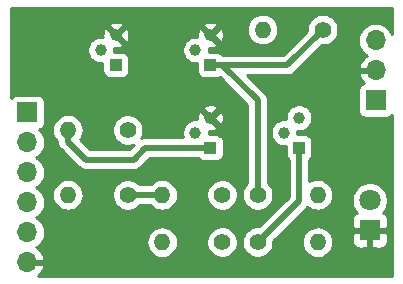
<source format=gbr>
G04 #@! TF.GenerationSoftware,KiCad,Pcbnew,(5.1.0)-1*
G04 #@! TF.CreationDate,2019-11-24T19:02:04+00:00*
G04 #@! TF.ProjectId,WebastoWBUSInterface,57656261-7374-46f5-9742-5553496e7465,rev?*
G04 #@! TF.SameCoordinates,Original*
G04 #@! TF.FileFunction,Copper,L2,Bot*
G04 #@! TF.FilePolarity,Positive*
%FSLAX46Y46*%
G04 Gerber Fmt 4.6, Leading zero omitted, Abs format (unit mm)*
G04 Created by KiCad (PCBNEW (5.1.0)-1) date 2019-11-24 19:02:04*
%MOMM*%
%LPD*%
G04 APERTURE LIST*
%ADD10C,1.400000*%
%ADD11O,1.400000X1.400000*%
%ADD12C,1.000000*%
%ADD13R,1.000000X1.000000*%
%ADD14R,1.700000X1.700000*%
%ADD15O,1.700000X1.700000*%
%ADD16R,1.800000X1.800000*%
%ADD17C,1.800000*%
%ADD18C,0.800000*%
%ADD19C,0.500000*%
%ADD20C,0.254000*%
G04 APERTURE END LIST*
D10*
X95000000Y-92500000D03*
D11*
X100080000Y-92500000D03*
D10*
X92000000Y-96500000D03*
D11*
X86920000Y-96500000D03*
D10*
X84000000Y-92500000D03*
D11*
X78920000Y-92500000D03*
D10*
X84000000Y-87000000D03*
D11*
X78920000Y-87000000D03*
D10*
X95000000Y-96500000D03*
D11*
X100080000Y-96500000D03*
D10*
X100500000Y-78500000D03*
D11*
X95420000Y-78500000D03*
D10*
X92000000Y-92500000D03*
D11*
X86920000Y-92500000D03*
D12*
X97230000Y-87230000D03*
X98500000Y-85960000D03*
D13*
X98500000Y-88500000D03*
D12*
X89730000Y-80230000D03*
X91000000Y-78960000D03*
D13*
X91000000Y-81500000D03*
D12*
X81730000Y-80230000D03*
X83000000Y-78960000D03*
D13*
X83000000Y-81500000D03*
D12*
X89730000Y-87230000D03*
X91000000Y-85960000D03*
D13*
X91000000Y-88500000D03*
D14*
X105000000Y-84500000D03*
D15*
X105000000Y-81960000D03*
X105000000Y-79420000D03*
D14*
X75500000Y-85500000D03*
D15*
X75500000Y-88040000D03*
X75500000Y-90580000D03*
X75500000Y-93120000D03*
X75500000Y-95660000D03*
X75500000Y-98200000D03*
D16*
X104500000Y-95500000D03*
D17*
X104500000Y-92960000D03*
D18*
X102000000Y-98500000D03*
X103000000Y-98500000D03*
X104000000Y-98500000D03*
X105000000Y-98500000D03*
X106000000Y-98500000D03*
X79000000Y-84000000D03*
X78000000Y-84000000D03*
X79000000Y-83000000D03*
X78000000Y-83000000D03*
X79000000Y-85000000D03*
X78000000Y-85000000D03*
D19*
X78920000Y-87989949D02*
X80430051Y-89500000D01*
X78920000Y-87000000D02*
X78920000Y-87989949D01*
X80430051Y-89500000D02*
X84500000Y-89500000D01*
X85500000Y-88500000D02*
X91000000Y-88500000D01*
X84500000Y-89500000D02*
X85500000Y-88500000D01*
X95000000Y-91510051D02*
X95000000Y-92500000D01*
X95000000Y-84500000D02*
X95000000Y-91510051D01*
X92000000Y-81500000D02*
X95000000Y-84500000D01*
X91000000Y-81500000D02*
X92000000Y-81500000D01*
X97500000Y-81500000D02*
X91000000Y-81500000D01*
X100500000Y-78500000D02*
X97500000Y-81500000D01*
X84000000Y-92500000D02*
X86920000Y-92500000D01*
X98500000Y-93000000D02*
X95000000Y-96500000D01*
X98500000Y-88500000D02*
X98500000Y-93000000D01*
D20*
G36*
X106373000Y-78838491D02*
G01*
X106240706Y-78590986D01*
X106055134Y-78364866D01*
X105829014Y-78179294D01*
X105571034Y-78041401D01*
X105291111Y-77956487D01*
X105072950Y-77935000D01*
X104927050Y-77935000D01*
X104708889Y-77956487D01*
X104428966Y-78041401D01*
X104170986Y-78179294D01*
X103944866Y-78364866D01*
X103759294Y-78590986D01*
X103621401Y-78848966D01*
X103536487Y-79128889D01*
X103507815Y-79420000D01*
X103536487Y-79711111D01*
X103621401Y-79991034D01*
X103759294Y-80249014D01*
X103944866Y-80475134D01*
X104170986Y-80660706D01*
X104235523Y-80695201D01*
X104118645Y-80764822D01*
X103902412Y-80959731D01*
X103728359Y-81193080D01*
X103603175Y-81455901D01*
X103558524Y-81603110D01*
X103679845Y-81833000D01*
X104873000Y-81833000D01*
X104873000Y-81813000D01*
X105127000Y-81813000D01*
X105127000Y-81833000D01*
X105147000Y-81833000D01*
X105147000Y-82087000D01*
X105127000Y-82087000D01*
X105127000Y-82107000D01*
X104873000Y-82107000D01*
X104873000Y-82087000D01*
X103679845Y-82087000D01*
X103558524Y-82316890D01*
X103603175Y-82464099D01*
X103728359Y-82726920D01*
X103902412Y-82960269D01*
X103986466Y-83036034D01*
X103905820Y-83060498D01*
X103795506Y-83119463D01*
X103698815Y-83198815D01*
X103619463Y-83295506D01*
X103560498Y-83405820D01*
X103524188Y-83525518D01*
X103511928Y-83650000D01*
X103511928Y-85350000D01*
X103524188Y-85474482D01*
X103560498Y-85594180D01*
X103619463Y-85704494D01*
X103698815Y-85801185D01*
X103795506Y-85880537D01*
X103905820Y-85939502D01*
X104025518Y-85975812D01*
X104150000Y-85988072D01*
X105850000Y-85988072D01*
X105974482Y-85975812D01*
X106094180Y-85939502D01*
X106204494Y-85880537D01*
X106301185Y-85801185D01*
X106373000Y-85713678D01*
X106373000Y-99340000D01*
X76442570Y-99340000D01*
X76597588Y-99200269D01*
X76771641Y-98966920D01*
X76896825Y-98704099D01*
X76941476Y-98556890D01*
X76820155Y-98327000D01*
X75627000Y-98327000D01*
X75627000Y-98347000D01*
X75373000Y-98347000D01*
X75373000Y-98327000D01*
X75353000Y-98327000D01*
X75353000Y-98073000D01*
X75373000Y-98073000D01*
X75373000Y-98053000D01*
X75627000Y-98053000D01*
X75627000Y-98073000D01*
X76820155Y-98073000D01*
X76941476Y-97843110D01*
X76896825Y-97695901D01*
X76771641Y-97433080D01*
X76597588Y-97199731D01*
X76381355Y-97004822D01*
X76264477Y-96935201D01*
X76329014Y-96900706D01*
X76555134Y-96715134D01*
X76731690Y-96500000D01*
X85578541Y-96500000D01*
X85604317Y-96761706D01*
X85680653Y-97013354D01*
X85804618Y-97245275D01*
X85971445Y-97448555D01*
X86174725Y-97615382D01*
X86406646Y-97739347D01*
X86658294Y-97815683D01*
X86854421Y-97835000D01*
X86985579Y-97835000D01*
X87181706Y-97815683D01*
X87433354Y-97739347D01*
X87665275Y-97615382D01*
X87868555Y-97448555D01*
X88035382Y-97245275D01*
X88159347Y-97013354D01*
X88235683Y-96761706D01*
X88261459Y-96500000D01*
X88248509Y-96368514D01*
X90665000Y-96368514D01*
X90665000Y-96631486D01*
X90716304Y-96889405D01*
X90816939Y-97132359D01*
X90963038Y-97351013D01*
X91148987Y-97536962D01*
X91367641Y-97683061D01*
X91610595Y-97783696D01*
X91868514Y-97835000D01*
X92131486Y-97835000D01*
X92389405Y-97783696D01*
X92632359Y-97683061D01*
X92851013Y-97536962D01*
X93036962Y-97351013D01*
X93183061Y-97132359D01*
X93283696Y-96889405D01*
X93335000Y-96631486D01*
X93335000Y-96368514D01*
X93665000Y-96368514D01*
X93665000Y-96631486D01*
X93716304Y-96889405D01*
X93816939Y-97132359D01*
X93963038Y-97351013D01*
X94148987Y-97536962D01*
X94367641Y-97683061D01*
X94610595Y-97783696D01*
X94868514Y-97835000D01*
X95131486Y-97835000D01*
X95389405Y-97783696D01*
X95632359Y-97683061D01*
X95851013Y-97536962D01*
X96036962Y-97351013D01*
X96183061Y-97132359D01*
X96283696Y-96889405D01*
X96335000Y-96631486D01*
X96335000Y-96500000D01*
X98738541Y-96500000D01*
X98764317Y-96761706D01*
X98840653Y-97013354D01*
X98964618Y-97245275D01*
X99131445Y-97448555D01*
X99334725Y-97615382D01*
X99566646Y-97739347D01*
X99818294Y-97815683D01*
X100014421Y-97835000D01*
X100145579Y-97835000D01*
X100341706Y-97815683D01*
X100593354Y-97739347D01*
X100825275Y-97615382D01*
X101028555Y-97448555D01*
X101195382Y-97245275D01*
X101319347Y-97013354D01*
X101395683Y-96761706D01*
X101421459Y-96500000D01*
X101411610Y-96400000D01*
X102961928Y-96400000D01*
X102974188Y-96524482D01*
X103010498Y-96644180D01*
X103069463Y-96754494D01*
X103148815Y-96851185D01*
X103245506Y-96930537D01*
X103355820Y-96989502D01*
X103475518Y-97025812D01*
X103600000Y-97038072D01*
X104214250Y-97035000D01*
X104373000Y-96876250D01*
X104373000Y-95627000D01*
X104627000Y-95627000D01*
X104627000Y-96876250D01*
X104785750Y-97035000D01*
X105400000Y-97038072D01*
X105524482Y-97025812D01*
X105644180Y-96989502D01*
X105754494Y-96930537D01*
X105851185Y-96851185D01*
X105930537Y-96754494D01*
X105989502Y-96644180D01*
X106025812Y-96524482D01*
X106038072Y-96400000D01*
X106035000Y-95785750D01*
X105876250Y-95627000D01*
X104627000Y-95627000D01*
X104373000Y-95627000D01*
X103123750Y-95627000D01*
X102965000Y-95785750D01*
X102961928Y-96400000D01*
X101411610Y-96400000D01*
X101395683Y-96238294D01*
X101319347Y-95986646D01*
X101195382Y-95754725D01*
X101028555Y-95551445D01*
X100825275Y-95384618D01*
X100593354Y-95260653D01*
X100341706Y-95184317D01*
X100145579Y-95165000D01*
X100014421Y-95165000D01*
X99818294Y-95184317D01*
X99566646Y-95260653D01*
X99334725Y-95384618D01*
X99131445Y-95551445D01*
X98964618Y-95754725D01*
X98840653Y-95986646D01*
X98764317Y-96238294D01*
X98738541Y-96500000D01*
X96335000Y-96500000D01*
X96335000Y-96416578D01*
X98151578Y-94600000D01*
X102961928Y-94600000D01*
X102965000Y-95214250D01*
X103123750Y-95373000D01*
X104373000Y-95373000D01*
X104373000Y-95353000D01*
X104627000Y-95353000D01*
X104627000Y-95373000D01*
X105876250Y-95373000D01*
X106035000Y-95214250D01*
X106038072Y-94600000D01*
X106025812Y-94475518D01*
X105989502Y-94355820D01*
X105930537Y-94245506D01*
X105851185Y-94148815D01*
X105754494Y-94069463D01*
X105644180Y-94010498D01*
X105625873Y-94004944D01*
X105692312Y-93938505D01*
X105860299Y-93687095D01*
X105976011Y-93407743D01*
X106035000Y-93111184D01*
X106035000Y-92808816D01*
X105976011Y-92512257D01*
X105860299Y-92232905D01*
X105692312Y-91981495D01*
X105478505Y-91767688D01*
X105227095Y-91599701D01*
X104947743Y-91483989D01*
X104651184Y-91425000D01*
X104348816Y-91425000D01*
X104052257Y-91483989D01*
X103772905Y-91599701D01*
X103521495Y-91767688D01*
X103307688Y-91981495D01*
X103139701Y-92232905D01*
X103023989Y-92512257D01*
X102965000Y-92808816D01*
X102965000Y-93111184D01*
X103023989Y-93407743D01*
X103139701Y-93687095D01*
X103307688Y-93938505D01*
X103374127Y-94004944D01*
X103355820Y-94010498D01*
X103245506Y-94069463D01*
X103148815Y-94148815D01*
X103069463Y-94245506D01*
X103010498Y-94355820D01*
X102974188Y-94475518D01*
X102961928Y-94600000D01*
X98151578Y-94600000D01*
X99095049Y-93656530D01*
X99128817Y-93628817D01*
X99218274Y-93519814D01*
X99334725Y-93615382D01*
X99566646Y-93739347D01*
X99818294Y-93815683D01*
X100014421Y-93835000D01*
X100145579Y-93835000D01*
X100341706Y-93815683D01*
X100593354Y-93739347D01*
X100825275Y-93615382D01*
X101028555Y-93448555D01*
X101195382Y-93245275D01*
X101319347Y-93013354D01*
X101395683Y-92761706D01*
X101421459Y-92500000D01*
X101395683Y-92238294D01*
X101319347Y-91986646D01*
X101195382Y-91754725D01*
X101028555Y-91551445D01*
X100825275Y-91384618D01*
X100593354Y-91260653D01*
X100341706Y-91184317D01*
X100145579Y-91165000D01*
X100014421Y-91165000D01*
X99818294Y-91184317D01*
X99566646Y-91260653D01*
X99385000Y-91357745D01*
X99385000Y-89505501D01*
X99451185Y-89451185D01*
X99530537Y-89354494D01*
X99589502Y-89244180D01*
X99625812Y-89124482D01*
X99638072Y-89000000D01*
X99638072Y-88000000D01*
X99625812Y-87875518D01*
X99589502Y-87755820D01*
X99530537Y-87645506D01*
X99451185Y-87548815D01*
X99354494Y-87469463D01*
X99244180Y-87410498D01*
X99124482Y-87374188D01*
X99000000Y-87361928D01*
X98360994Y-87361928D01*
X98365000Y-87341788D01*
X98365000Y-87118212D01*
X98359236Y-87089236D01*
X98388212Y-87095000D01*
X98611788Y-87095000D01*
X98831067Y-87051383D01*
X99037624Y-86965824D01*
X99223520Y-86841612D01*
X99381612Y-86683520D01*
X99505824Y-86497624D01*
X99591383Y-86291067D01*
X99635000Y-86071788D01*
X99635000Y-85848212D01*
X99591383Y-85628933D01*
X99505824Y-85422376D01*
X99381612Y-85236480D01*
X99223520Y-85078388D01*
X99037624Y-84954176D01*
X98831067Y-84868617D01*
X98611788Y-84825000D01*
X98388212Y-84825000D01*
X98168933Y-84868617D01*
X97962376Y-84954176D01*
X97776480Y-85078388D01*
X97618388Y-85236480D01*
X97494176Y-85422376D01*
X97408617Y-85628933D01*
X97365000Y-85848212D01*
X97365000Y-86071788D01*
X97370764Y-86100764D01*
X97341788Y-86095000D01*
X97118212Y-86095000D01*
X96898933Y-86138617D01*
X96692376Y-86224176D01*
X96506480Y-86348388D01*
X96348388Y-86506480D01*
X96224176Y-86692376D01*
X96138617Y-86898933D01*
X96095000Y-87118212D01*
X96095000Y-87341788D01*
X96138617Y-87561067D01*
X96224176Y-87767624D01*
X96348388Y-87953520D01*
X96506480Y-88111612D01*
X96692376Y-88235824D01*
X96898933Y-88321383D01*
X97118212Y-88365000D01*
X97341788Y-88365000D01*
X97361928Y-88360994D01*
X97361928Y-89000000D01*
X97374188Y-89124482D01*
X97410498Y-89244180D01*
X97469463Y-89354494D01*
X97548815Y-89451185D01*
X97615000Y-89505502D01*
X97615001Y-92633420D01*
X95083422Y-95165000D01*
X94868514Y-95165000D01*
X94610595Y-95216304D01*
X94367641Y-95316939D01*
X94148987Y-95463038D01*
X93963038Y-95648987D01*
X93816939Y-95867641D01*
X93716304Y-96110595D01*
X93665000Y-96368514D01*
X93335000Y-96368514D01*
X93283696Y-96110595D01*
X93183061Y-95867641D01*
X93036962Y-95648987D01*
X92851013Y-95463038D01*
X92632359Y-95316939D01*
X92389405Y-95216304D01*
X92131486Y-95165000D01*
X91868514Y-95165000D01*
X91610595Y-95216304D01*
X91367641Y-95316939D01*
X91148987Y-95463038D01*
X90963038Y-95648987D01*
X90816939Y-95867641D01*
X90716304Y-96110595D01*
X90665000Y-96368514D01*
X88248509Y-96368514D01*
X88235683Y-96238294D01*
X88159347Y-95986646D01*
X88035382Y-95754725D01*
X87868555Y-95551445D01*
X87665275Y-95384618D01*
X87433354Y-95260653D01*
X87181706Y-95184317D01*
X86985579Y-95165000D01*
X86854421Y-95165000D01*
X86658294Y-95184317D01*
X86406646Y-95260653D01*
X86174725Y-95384618D01*
X85971445Y-95551445D01*
X85804618Y-95754725D01*
X85680653Y-95986646D01*
X85604317Y-96238294D01*
X85578541Y-96500000D01*
X76731690Y-96500000D01*
X76740706Y-96489014D01*
X76878599Y-96231034D01*
X76963513Y-95951111D01*
X76992185Y-95660000D01*
X76963513Y-95368889D01*
X76878599Y-95088966D01*
X76740706Y-94830986D01*
X76555134Y-94604866D01*
X76329014Y-94419294D01*
X76274209Y-94390000D01*
X76329014Y-94360706D01*
X76555134Y-94175134D01*
X76740706Y-93949014D01*
X76878599Y-93691034D01*
X76963513Y-93411111D01*
X76992185Y-93120000D01*
X76963513Y-92828889D01*
X76878599Y-92548966D01*
X76852427Y-92500000D01*
X77578541Y-92500000D01*
X77604317Y-92761706D01*
X77680653Y-93013354D01*
X77804618Y-93245275D01*
X77971445Y-93448555D01*
X78174725Y-93615382D01*
X78406646Y-93739347D01*
X78658294Y-93815683D01*
X78854421Y-93835000D01*
X78985579Y-93835000D01*
X79181706Y-93815683D01*
X79433354Y-93739347D01*
X79665275Y-93615382D01*
X79868555Y-93448555D01*
X80035382Y-93245275D01*
X80159347Y-93013354D01*
X80235683Y-92761706D01*
X80261459Y-92500000D01*
X80248509Y-92368514D01*
X82665000Y-92368514D01*
X82665000Y-92631486D01*
X82716304Y-92889405D01*
X82816939Y-93132359D01*
X82963038Y-93351013D01*
X83148987Y-93536962D01*
X83367641Y-93683061D01*
X83610595Y-93783696D01*
X83868514Y-93835000D01*
X84131486Y-93835000D01*
X84389405Y-93783696D01*
X84632359Y-93683061D01*
X84851013Y-93536962D01*
X85002975Y-93385000D01*
X85919287Y-93385000D01*
X85971445Y-93448555D01*
X86174725Y-93615382D01*
X86406646Y-93739347D01*
X86658294Y-93815683D01*
X86854421Y-93835000D01*
X86985579Y-93835000D01*
X87181706Y-93815683D01*
X87433354Y-93739347D01*
X87665275Y-93615382D01*
X87868555Y-93448555D01*
X88035382Y-93245275D01*
X88159347Y-93013354D01*
X88235683Y-92761706D01*
X88261459Y-92500000D01*
X88248509Y-92368514D01*
X90665000Y-92368514D01*
X90665000Y-92631486D01*
X90716304Y-92889405D01*
X90816939Y-93132359D01*
X90963038Y-93351013D01*
X91148987Y-93536962D01*
X91367641Y-93683061D01*
X91610595Y-93783696D01*
X91868514Y-93835000D01*
X92131486Y-93835000D01*
X92389405Y-93783696D01*
X92632359Y-93683061D01*
X92851013Y-93536962D01*
X93036962Y-93351013D01*
X93183061Y-93132359D01*
X93283696Y-92889405D01*
X93335000Y-92631486D01*
X93335000Y-92368514D01*
X93283696Y-92110595D01*
X93183061Y-91867641D01*
X93036962Y-91648987D01*
X92851013Y-91463038D01*
X92632359Y-91316939D01*
X92389405Y-91216304D01*
X92131486Y-91165000D01*
X91868514Y-91165000D01*
X91610595Y-91216304D01*
X91367641Y-91316939D01*
X91148987Y-91463038D01*
X90963038Y-91648987D01*
X90816939Y-91867641D01*
X90716304Y-92110595D01*
X90665000Y-92368514D01*
X88248509Y-92368514D01*
X88235683Y-92238294D01*
X88159347Y-91986646D01*
X88035382Y-91754725D01*
X87868555Y-91551445D01*
X87665275Y-91384618D01*
X87433354Y-91260653D01*
X87181706Y-91184317D01*
X86985579Y-91165000D01*
X86854421Y-91165000D01*
X86658294Y-91184317D01*
X86406646Y-91260653D01*
X86174725Y-91384618D01*
X85971445Y-91551445D01*
X85919287Y-91615000D01*
X85002975Y-91615000D01*
X84851013Y-91463038D01*
X84632359Y-91316939D01*
X84389405Y-91216304D01*
X84131486Y-91165000D01*
X83868514Y-91165000D01*
X83610595Y-91216304D01*
X83367641Y-91316939D01*
X83148987Y-91463038D01*
X82963038Y-91648987D01*
X82816939Y-91867641D01*
X82716304Y-92110595D01*
X82665000Y-92368514D01*
X80248509Y-92368514D01*
X80235683Y-92238294D01*
X80159347Y-91986646D01*
X80035382Y-91754725D01*
X79868555Y-91551445D01*
X79665275Y-91384618D01*
X79433354Y-91260653D01*
X79181706Y-91184317D01*
X78985579Y-91165000D01*
X78854421Y-91165000D01*
X78658294Y-91184317D01*
X78406646Y-91260653D01*
X78174725Y-91384618D01*
X77971445Y-91551445D01*
X77804618Y-91754725D01*
X77680653Y-91986646D01*
X77604317Y-92238294D01*
X77578541Y-92500000D01*
X76852427Y-92500000D01*
X76740706Y-92290986D01*
X76555134Y-92064866D01*
X76329014Y-91879294D01*
X76274209Y-91850000D01*
X76329014Y-91820706D01*
X76555134Y-91635134D01*
X76740706Y-91409014D01*
X76878599Y-91151034D01*
X76963513Y-90871111D01*
X76992185Y-90580000D01*
X76963513Y-90288889D01*
X76878599Y-90008966D01*
X76740706Y-89750986D01*
X76555134Y-89524866D01*
X76329014Y-89339294D01*
X76274209Y-89310000D01*
X76329014Y-89280706D01*
X76555134Y-89095134D01*
X76740706Y-88869014D01*
X76878599Y-88611034D01*
X76963513Y-88331111D01*
X76992185Y-88040000D01*
X76963513Y-87748889D01*
X76878599Y-87468966D01*
X76740706Y-87210986D01*
X76567555Y-87000000D01*
X77578541Y-87000000D01*
X77604317Y-87261706D01*
X77680653Y-87513354D01*
X77804618Y-87745275D01*
X77971445Y-87948555D01*
X78031496Y-87997837D01*
X78047805Y-88163439D01*
X78098412Y-88330262D01*
X78180590Y-88484008D01*
X78263468Y-88584995D01*
X78263471Y-88584998D01*
X78291184Y-88618766D01*
X78324951Y-88646478D01*
X79773521Y-90095049D01*
X79801234Y-90128817D01*
X79835002Y-90156530D01*
X79835004Y-90156532D01*
X79935992Y-90239411D01*
X80089737Y-90321589D01*
X80256561Y-90372195D01*
X80386574Y-90385000D01*
X80386582Y-90385000D01*
X80430051Y-90389281D01*
X80473520Y-90385000D01*
X84456531Y-90385000D01*
X84500000Y-90389281D01*
X84543469Y-90385000D01*
X84543477Y-90385000D01*
X84673490Y-90372195D01*
X84840313Y-90321589D01*
X84994059Y-90239411D01*
X85128817Y-90128817D01*
X85156534Y-90095044D01*
X85866579Y-89385000D01*
X89994499Y-89385000D01*
X90048815Y-89451185D01*
X90145506Y-89530537D01*
X90255820Y-89589502D01*
X90375518Y-89625812D01*
X90500000Y-89638072D01*
X91500000Y-89638072D01*
X91624482Y-89625812D01*
X91744180Y-89589502D01*
X91854494Y-89530537D01*
X91951185Y-89451185D01*
X92030537Y-89354494D01*
X92089502Y-89244180D01*
X92125812Y-89124482D01*
X92138072Y-89000000D01*
X92138072Y-88000000D01*
X92125812Y-87875518D01*
X92089502Y-87755820D01*
X92030537Y-87645506D01*
X91951185Y-87548815D01*
X91854494Y-87469463D01*
X91744180Y-87410498D01*
X91624482Y-87374188D01*
X91500000Y-87361928D01*
X90860994Y-87361928D01*
X90865000Y-87341788D01*
X90865000Y-87118212D01*
X90859737Y-87091753D01*
X91082406Y-87097511D01*
X91302740Y-87059577D01*
X91511440Y-86979387D01*
X91563450Y-86951588D01*
X91598561Y-86738166D01*
X91000000Y-86139605D01*
X90985858Y-86153748D01*
X90806253Y-85974143D01*
X90820395Y-85960000D01*
X91179605Y-85960000D01*
X91778166Y-86558561D01*
X91991588Y-86523450D01*
X92082458Y-86319174D01*
X92131731Y-86101095D01*
X92137511Y-85877594D01*
X92099577Y-85657260D01*
X92019387Y-85448560D01*
X91991588Y-85396550D01*
X91778166Y-85361439D01*
X91179605Y-85960000D01*
X90820395Y-85960000D01*
X90221834Y-85361439D01*
X90008412Y-85396550D01*
X89917542Y-85600826D01*
X89868269Y-85818905D01*
X89862489Y-86042406D01*
X89872599Y-86101129D01*
X89841788Y-86095000D01*
X89618212Y-86095000D01*
X89398933Y-86138617D01*
X89192376Y-86224176D01*
X89006480Y-86348388D01*
X88848388Y-86506480D01*
X88724176Y-86692376D01*
X88638617Y-86898933D01*
X88595000Y-87118212D01*
X88595000Y-87341788D01*
X88638617Y-87561067D01*
X88660957Y-87615000D01*
X85543469Y-87615000D01*
X85500000Y-87610719D01*
X85456531Y-87615000D01*
X85456523Y-87615000D01*
X85326510Y-87627805D01*
X85159686Y-87678411D01*
X85148181Y-87684560D01*
X85183061Y-87632359D01*
X85283696Y-87389405D01*
X85335000Y-87131486D01*
X85335000Y-86868514D01*
X85283696Y-86610595D01*
X85183061Y-86367641D01*
X85036962Y-86148987D01*
X84851013Y-85963038D01*
X84632359Y-85816939D01*
X84389405Y-85716304D01*
X84131486Y-85665000D01*
X83868514Y-85665000D01*
X83610595Y-85716304D01*
X83367641Y-85816939D01*
X83148987Y-85963038D01*
X82963038Y-86148987D01*
X82816939Y-86367641D01*
X82716304Y-86610595D01*
X82665000Y-86868514D01*
X82665000Y-87131486D01*
X82716304Y-87389405D01*
X82816939Y-87632359D01*
X82963038Y-87851013D01*
X83148987Y-88036962D01*
X83367641Y-88183061D01*
X83610595Y-88283696D01*
X83868514Y-88335000D01*
X84131486Y-88335000D01*
X84389405Y-88283696D01*
X84517985Y-88230436D01*
X84133422Y-88615000D01*
X80796630Y-88615000D01*
X79986485Y-87804856D01*
X80035382Y-87745275D01*
X80159347Y-87513354D01*
X80235683Y-87261706D01*
X80261459Y-87000000D01*
X80235683Y-86738294D01*
X80159347Y-86486646D01*
X80035382Y-86254725D01*
X79868555Y-86051445D01*
X79665275Y-85884618D01*
X79433354Y-85760653D01*
X79181706Y-85684317D01*
X78985579Y-85665000D01*
X78854421Y-85665000D01*
X78658294Y-85684317D01*
X78406646Y-85760653D01*
X78174725Y-85884618D01*
X77971445Y-86051445D01*
X77804618Y-86254725D01*
X77680653Y-86486646D01*
X77604317Y-86738294D01*
X77578541Y-87000000D01*
X76567555Y-87000000D01*
X76555134Y-86984866D01*
X76525313Y-86960393D01*
X76594180Y-86939502D01*
X76704494Y-86880537D01*
X76801185Y-86801185D01*
X76880537Y-86704494D01*
X76939502Y-86594180D01*
X76975812Y-86474482D01*
X76988072Y-86350000D01*
X76988072Y-85181834D01*
X90401439Y-85181834D01*
X91000000Y-85780395D01*
X91598561Y-85181834D01*
X91563450Y-84968412D01*
X91359174Y-84877542D01*
X91141095Y-84828269D01*
X90917594Y-84822489D01*
X90697260Y-84860423D01*
X90488560Y-84940613D01*
X90436550Y-84968412D01*
X90401439Y-85181834D01*
X76988072Y-85181834D01*
X76988072Y-84650000D01*
X76975812Y-84525518D01*
X76939502Y-84405820D01*
X76880537Y-84295506D01*
X76801185Y-84198815D01*
X76704494Y-84119463D01*
X76594180Y-84060498D01*
X76474482Y-84024188D01*
X76350000Y-84011928D01*
X74650000Y-84011928D01*
X74525518Y-84024188D01*
X74405820Y-84060498D01*
X74295506Y-84119463D01*
X74198815Y-84198815D01*
X74127000Y-84286322D01*
X74127000Y-80118212D01*
X80595000Y-80118212D01*
X80595000Y-80341788D01*
X80638617Y-80561067D01*
X80724176Y-80767624D01*
X80848388Y-80953520D01*
X81006480Y-81111612D01*
X81192376Y-81235824D01*
X81398933Y-81321383D01*
X81618212Y-81365000D01*
X81841788Y-81365000D01*
X81861928Y-81360994D01*
X81861928Y-82000000D01*
X81874188Y-82124482D01*
X81910498Y-82244180D01*
X81969463Y-82354494D01*
X82048815Y-82451185D01*
X82145506Y-82530537D01*
X82255820Y-82589502D01*
X82375518Y-82625812D01*
X82500000Y-82638072D01*
X83500000Y-82638072D01*
X83624482Y-82625812D01*
X83744180Y-82589502D01*
X83854494Y-82530537D01*
X83951185Y-82451185D01*
X84030537Y-82354494D01*
X84089502Y-82244180D01*
X84125812Y-82124482D01*
X84138072Y-82000000D01*
X84138072Y-81000000D01*
X84125812Y-80875518D01*
X84089502Y-80755820D01*
X84030537Y-80645506D01*
X83951185Y-80548815D01*
X83854494Y-80469463D01*
X83744180Y-80410498D01*
X83624482Y-80374188D01*
X83500000Y-80361928D01*
X82860994Y-80361928D01*
X82865000Y-80341788D01*
X82865000Y-80118212D01*
X88595000Y-80118212D01*
X88595000Y-80341788D01*
X88638617Y-80561067D01*
X88724176Y-80767624D01*
X88848388Y-80953520D01*
X89006480Y-81111612D01*
X89192376Y-81235824D01*
X89398933Y-81321383D01*
X89618212Y-81365000D01*
X89841788Y-81365000D01*
X89861928Y-81360994D01*
X89861928Y-82000000D01*
X89874188Y-82124482D01*
X89910498Y-82244180D01*
X89969463Y-82354494D01*
X90048815Y-82451185D01*
X90145506Y-82530537D01*
X90255820Y-82589502D01*
X90375518Y-82625812D01*
X90500000Y-82638072D01*
X91500000Y-82638072D01*
X91624482Y-82625812D01*
X91744180Y-82589502D01*
X91805270Y-82556848D01*
X94115000Y-84866579D01*
X94115001Y-91466565D01*
X94115000Y-91466575D01*
X94115000Y-91497025D01*
X93963038Y-91648987D01*
X93816939Y-91867641D01*
X93716304Y-92110595D01*
X93665000Y-92368514D01*
X93665000Y-92631486D01*
X93716304Y-92889405D01*
X93816939Y-93132359D01*
X93963038Y-93351013D01*
X94148987Y-93536962D01*
X94367641Y-93683061D01*
X94610595Y-93783696D01*
X94868514Y-93835000D01*
X95131486Y-93835000D01*
X95389405Y-93783696D01*
X95632359Y-93683061D01*
X95851013Y-93536962D01*
X96036962Y-93351013D01*
X96183061Y-93132359D01*
X96283696Y-92889405D01*
X96335000Y-92631486D01*
X96335000Y-92368514D01*
X96283696Y-92110595D01*
X96183061Y-91867641D01*
X96036962Y-91648987D01*
X95885000Y-91497025D01*
X95885000Y-84543469D01*
X95889281Y-84500000D01*
X95885000Y-84456531D01*
X95885000Y-84456523D01*
X95872195Y-84326510D01*
X95833459Y-84198815D01*
X95821589Y-84159686D01*
X95739411Y-84005941D01*
X95656532Y-83904953D01*
X95656530Y-83904951D01*
X95628817Y-83871183D01*
X95595050Y-83843471D01*
X94136579Y-82385000D01*
X97456531Y-82385000D01*
X97500000Y-82389281D01*
X97543469Y-82385000D01*
X97543477Y-82385000D01*
X97673490Y-82372195D01*
X97840313Y-82321589D01*
X97994059Y-82239411D01*
X98128817Y-82128817D01*
X98156534Y-82095044D01*
X100416579Y-79835000D01*
X100631486Y-79835000D01*
X100889405Y-79783696D01*
X101132359Y-79683061D01*
X101351013Y-79536962D01*
X101536962Y-79351013D01*
X101683061Y-79132359D01*
X101783696Y-78889405D01*
X101835000Y-78631486D01*
X101835000Y-78368514D01*
X101783696Y-78110595D01*
X101683061Y-77867641D01*
X101536962Y-77648987D01*
X101351013Y-77463038D01*
X101132359Y-77316939D01*
X100889405Y-77216304D01*
X100631486Y-77165000D01*
X100368514Y-77165000D01*
X100110595Y-77216304D01*
X99867641Y-77316939D01*
X99648987Y-77463038D01*
X99463038Y-77648987D01*
X99316939Y-77867641D01*
X99216304Y-78110595D01*
X99165000Y-78368514D01*
X99165000Y-78583421D01*
X97133422Y-80615000D01*
X92043469Y-80615000D01*
X92002163Y-80610932D01*
X91951185Y-80548815D01*
X91854494Y-80469463D01*
X91744180Y-80410498D01*
X91624482Y-80374188D01*
X91500000Y-80361928D01*
X90860994Y-80361928D01*
X90865000Y-80341788D01*
X90865000Y-80118212D01*
X90859737Y-80091753D01*
X91082406Y-80097511D01*
X91302740Y-80059577D01*
X91511440Y-79979387D01*
X91563450Y-79951588D01*
X91598561Y-79738166D01*
X91000000Y-79139605D01*
X90985858Y-79153748D01*
X90806253Y-78974143D01*
X90820395Y-78960000D01*
X91179605Y-78960000D01*
X91778166Y-79558561D01*
X91991588Y-79523450D01*
X92082458Y-79319174D01*
X92131731Y-79101095D01*
X92137511Y-78877594D01*
X92099577Y-78657260D01*
X92039153Y-78500000D01*
X94078541Y-78500000D01*
X94104317Y-78761706D01*
X94180653Y-79013354D01*
X94304618Y-79245275D01*
X94471445Y-79448555D01*
X94674725Y-79615382D01*
X94906646Y-79739347D01*
X95158294Y-79815683D01*
X95354421Y-79835000D01*
X95485579Y-79835000D01*
X95681706Y-79815683D01*
X95933354Y-79739347D01*
X96165275Y-79615382D01*
X96368555Y-79448555D01*
X96535382Y-79245275D01*
X96659347Y-79013354D01*
X96735683Y-78761706D01*
X96761459Y-78500000D01*
X96735683Y-78238294D01*
X96659347Y-77986646D01*
X96535382Y-77754725D01*
X96368555Y-77551445D01*
X96165275Y-77384618D01*
X95933354Y-77260653D01*
X95681706Y-77184317D01*
X95485579Y-77165000D01*
X95354421Y-77165000D01*
X95158294Y-77184317D01*
X94906646Y-77260653D01*
X94674725Y-77384618D01*
X94471445Y-77551445D01*
X94304618Y-77754725D01*
X94180653Y-77986646D01*
X94104317Y-78238294D01*
X94078541Y-78500000D01*
X92039153Y-78500000D01*
X92019387Y-78448560D01*
X91991588Y-78396550D01*
X91778166Y-78361439D01*
X91179605Y-78960000D01*
X90820395Y-78960000D01*
X90221834Y-78361439D01*
X90008412Y-78396550D01*
X89917542Y-78600826D01*
X89868269Y-78818905D01*
X89862489Y-79042406D01*
X89872599Y-79101129D01*
X89841788Y-79095000D01*
X89618212Y-79095000D01*
X89398933Y-79138617D01*
X89192376Y-79224176D01*
X89006480Y-79348388D01*
X88848388Y-79506480D01*
X88724176Y-79692376D01*
X88638617Y-79898933D01*
X88595000Y-80118212D01*
X82865000Y-80118212D01*
X82859737Y-80091753D01*
X83082406Y-80097511D01*
X83302740Y-80059577D01*
X83511440Y-79979387D01*
X83563450Y-79951588D01*
X83598561Y-79738166D01*
X83000000Y-79139605D01*
X82985858Y-79153748D01*
X82806253Y-78974143D01*
X82820395Y-78960000D01*
X83179605Y-78960000D01*
X83778166Y-79558561D01*
X83991588Y-79523450D01*
X84082458Y-79319174D01*
X84131731Y-79101095D01*
X84137511Y-78877594D01*
X84099577Y-78657260D01*
X84019387Y-78448560D01*
X83991588Y-78396550D01*
X83778166Y-78361439D01*
X83179605Y-78960000D01*
X82820395Y-78960000D01*
X82221834Y-78361439D01*
X82008412Y-78396550D01*
X81917542Y-78600826D01*
X81868269Y-78818905D01*
X81862489Y-79042406D01*
X81872599Y-79101129D01*
X81841788Y-79095000D01*
X81618212Y-79095000D01*
X81398933Y-79138617D01*
X81192376Y-79224176D01*
X81006480Y-79348388D01*
X80848388Y-79506480D01*
X80724176Y-79692376D01*
X80638617Y-79898933D01*
X80595000Y-80118212D01*
X74127000Y-80118212D01*
X74127000Y-78181834D01*
X82401439Y-78181834D01*
X83000000Y-78780395D01*
X83598561Y-78181834D01*
X90401439Y-78181834D01*
X91000000Y-78780395D01*
X91598561Y-78181834D01*
X91563450Y-77968412D01*
X91359174Y-77877542D01*
X91141095Y-77828269D01*
X90917594Y-77822489D01*
X90697260Y-77860423D01*
X90488560Y-77940613D01*
X90436550Y-77968412D01*
X90401439Y-78181834D01*
X83598561Y-78181834D01*
X83563450Y-77968412D01*
X83359174Y-77877542D01*
X83141095Y-77828269D01*
X82917594Y-77822489D01*
X82697260Y-77860423D01*
X82488560Y-77940613D01*
X82436550Y-77968412D01*
X82401439Y-78181834D01*
X74127000Y-78181834D01*
X74127000Y-76660000D01*
X106373000Y-76660000D01*
X106373000Y-78838491D01*
X106373000Y-78838491D01*
G37*
X106373000Y-78838491D02*
X106240706Y-78590986D01*
X106055134Y-78364866D01*
X105829014Y-78179294D01*
X105571034Y-78041401D01*
X105291111Y-77956487D01*
X105072950Y-77935000D01*
X104927050Y-77935000D01*
X104708889Y-77956487D01*
X104428966Y-78041401D01*
X104170986Y-78179294D01*
X103944866Y-78364866D01*
X103759294Y-78590986D01*
X103621401Y-78848966D01*
X103536487Y-79128889D01*
X103507815Y-79420000D01*
X103536487Y-79711111D01*
X103621401Y-79991034D01*
X103759294Y-80249014D01*
X103944866Y-80475134D01*
X104170986Y-80660706D01*
X104235523Y-80695201D01*
X104118645Y-80764822D01*
X103902412Y-80959731D01*
X103728359Y-81193080D01*
X103603175Y-81455901D01*
X103558524Y-81603110D01*
X103679845Y-81833000D01*
X104873000Y-81833000D01*
X104873000Y-81813000D01*
X105127000Y-81813000D01*
X105127000Y-81833000D01*
X105147000Y-81833000D01*
X105147000Y-82087000D01*
X105127000Y-82087000D01*
X105127000Y-82107000D01*
X104873000Y-82107000D01*
X104873000Y-82087000D01*
X103679845Y-82087000D01*
X103558524Y-82316890D01*
X103603175Y-82464099D01*
X103728359Y-82726920D01*
X103902412Y-82960269D01*
X103986466Y-83036034D01*
X103905820Y-83060498D01*
X103795506Y-83119463D01*
X103698815Y-83198815D01*
X103619463Y-83295506D01*
X103560498Y-83405820D01*
X103524188Y-83525518D01*
X103511928Y-83650000D01*
X103511928Y-85350000D01*
X103524188Y-85474482D01*
X103560498Y-85594180D01*
X103619463Y-85704494D01*
X103698815Y-85801185D01*
X103795506Y-85880537D01*
X103905820Y-85939502D01*
X104025518Y-85975812D01*
X104150000Y-85988072D01*
X105850000Y-85988072D01*
X105974482Y-85975812D01*
X106094180Y-85939502D01*
X106204494Y-85880537D01*
X106301185Y-85801185D01*
X106373000Y-85713678D01*
X106373000Y-99340000D01*
X76442570Y-99340000D01*
X76597588Y-99200269D01*
X76771641Y-98966920D01*
X76896825Y-98704099D01*
X76941476Y-98556890D01*
X76820155Y-98327000D01*
X75627000Y-98327000D01*
X75627000Y-98347000D01*
X75373000Y-98347000D01*
X75373000Y-98327000D01*
X75353000Y-98327000D01*
X75353000Y-98073000D01*
X75373000Y-98073000D01*
X75373000Y-98053000D01*
X75627000Y-98053000D01*
X75627000Y-98073000D01*
X76820155Y-98073000D01*
X76941476Y-97843110D01*
X76896825Y-97695901D01*
X76771641Y-97433080D01*
X76597588Y-97199731D01*
X76381355Y-97004822D01*
X76264477Y-96935201D01*
X76329014Y-96900706D01*
X76555134Y-96715134D01*
X76731690Y-96500000D01*
X85578541Y-96500000D01*
X85604317Y-96761706D01*
X85680653Y-97013354D01*
X85804618Y-97245275D01*
X85971445Y-97448555D01*
X86174725Y-97615382D01*
X86406646Y-97739347D01*
X86658294Y-97815683D01*
X86854421Y-97835000D01*
X86985579Y-97835000D01*
X87181706Y-97815683D01*
X87433354Y-97739347D01*
X87665275Y-97615382D01*
X87868555Y-97448555D01*
X88035382Y-97245275D01*
X88159347Y-97013354D01*
X88235683Y-96761706D01*
X88261459Y-96500000D01*
X88248509Y-96368514D01*
X90665000Y-96368514D01*
X90665000Y-96631486D01*
X90716304Y-96889405D01*
X90816939Y-97132359D01*
X90963038Y-97351013D01*
X91148987Y-97536962D01*
X91367641Y-97683061D01*
X91610595Y-97783696D01*
X91868514Y-97835000D01*
X92131486Y-97835000D01*
X92389405Y-97783696D01*
X92632359Y-97683061D01*
X92851013Y-97536962D01*
X93036962Y-97351013D01*
X93183061Y-97132359D01*
X93283696Y-96889405D01*
X93335000Y-96631486D01*
X93335000Y-96368514D01*
X93665000Y-96368514D01*
X93665000Y-96631486D01*
X93716304Y-96889405D01*
X93816939Y-97132359D01*
X93963038Y-97351013D01*
X94148987Y-97536962D01*
X94367641Y-97683061D01*
X94610595Y-97783696D01*
X94868514Y-97835000D01*
X95131486Y-97835000D01*
X95389405Y-97783696D01*
X95632359Y-97683061D01*
X95851013Y-97536962D01*
X96036962Y-97351013D01*
X96183061Y-97132359D01*
X96283696Y-96889405D01*
X96335000Y-96631486D01*
X96335000Y-96500000D01*
X98738541Y-96500000D01*
X98764317Y-96761706D01*
X98840653Y-97013354D01*
X98964618Y-97245275D01*
X99131445Y-97448555D01*
X99334725Y-97615382D01*
X99566646Y-97739347D01*
X99818294Y-97815683D01*
X100014421Y-97835000D01*
X100145579Y-97835000D01*
X100341706Y-97815683D01*
X100593354Y-97739347D01*
X100825275Y-97615382D01*
X101028555Y-97448555D01*
X101195382Y-97245275D01*
X101319347Y-97013354D01*
X101395683Y-96761706D01*
X101421459Y-96500000D01*
X101411610Y-96400000D01*
X102961928Y-96400000D01*
X102974188Y-96524482D01*
X103010498Y-96644180D01*
X103069463Y-96754494D01*
X103148815Y-96851185D01*
X103245506Y-96930537D01*
X103355820Y-96989502D01*
X103475518Y-97025812D01*
X103600000Y-97038072D01*
X104214250Y-97035000D01*
X104373000Y-96876250D01*
X104373000Y-95627000D01*
X104627000Y-95627000D01*
X104627000Y-96876250D01*
X104785750Y-97035000D01*
X105400000Y-97038072D01*
X105524482Y-97025812D01*
X105644180Y-96989502D01*
X105754494Y-96930537D01*
X105851185Y-96851185D01*
X105930537Y-96754494D01*
X105989502Y-96644180D01*
X106025812Y-96524482D01*
X106038072Y-96400000D01*
X106035000Y-95785750D01*
X105876250Y-95627000D01*
X104627000Y-95627000D01*
X104373000Y-95627000D01*
X103123750Y-95627000D01*
X102965000Y-95785750D01*
X102961928Y-96400000D01*
X101411610Y-96400000D01*
X101395683Y-96238294D01*
X101319347Y-95986646D01*
X101195382Y-95754725D01*
X101028555Y-95551445D01*
X100825275Y-95384618D01*
X100593354Y-95260653D01*
X100341706Y-95184317D01*
X100145579Y-95165000D01*
X100014421Y-95165000D01*
X99818294Y-95184317D01*
X99566646Y-95260653D01*
X99334725Y-95384618D01*
X99131445Y-95551445D01*
X98964618Y-95754725D01*
X98840653Y-95986646D01*
X98764317Y-96238294D01*
X98738541Y-96500000D01*
X96335000Y-96500000D01*
X96335000Y-96416578D01*
X98151578Y-94600000D01*
X102961928Y-94600000D01*
X102965000Y-95214250D01*
X103123750Y-95373000D01*
X104373000Y-95373000D01*
X104373000Y-95353000D01*
X104627000Y-95353000D01*
X104627000Y-95373000D01*
X105876250Y-95373000D01*
X106035000Y-95214250D01*
X106038072Y-94600000D01*
X106025812Y-94475518D01*
X105989502Y-94355820D01*
X105930537Y-94245506D01*
X105851185Y-94148815D01*
X105754494Y-94069463D01*
X105644180Y-94010498D01*
X105625873Y-94004944D01*
X105692312Y-93938505D01*
X105860299Y-93687095D01*
X105976011Y-93407743D01*
X106035000Y-93111184D01*
X106035000Y-92808816D01*
X105976011Y-92512257D01*
X105860299Y-92232905D01*
X105692312Y-91981495D01*
X105478505Y-91767688D01*
X105227095Y-91599701D01*
X104947743Y-91483989D01*
X104651184Y-91425000D01*
X104348816Y-91425000D01*
X104052257Y-91483989D01*
X103772905Y-91599701D01*
X103521495Y-91767688D01*
X103307688Y-91981495D01*
X103139701Y-92232905D01*
X103023989Y-92512257D01*
X102965000Y-92808816D01*
X102965000Y-93111184D01*
X103023989Y-93407743D01*
X103139701Y-93687095D01*
X103307688Y-93938505D01*
X103374127Y-94004944D01*
X103355820Y-94010498D01*
X103245506Y-94069463D01*
X103148815Y-94148815D01*
X103069463Y-94245506D01*
X103010498Y-94355820D01*
X102974188Y-94475518D01*
X102961928Y-94600000D01*
X98151578Y-94600000D01*
X99095049Y-93656530D01*
X99128817Y-93628817D01*
X99218274Y-93519814D01*
X99334725Y-93615382D01*
X99566646Y-93739347D01*
X99818294Y-93815683D01*
X100014421Y-93835000D01*
X100145579Y-93835000D01*
X100341706Y-93815683D01*
X100593354Y-93739347D01*
X100825275Y-93615382D01*
X101028555Y-93448555D01*
X101195382Y-93245275D01*
X101319347Y-93013354D01*
X101395683Y-92761706D01*
X101421459Y-92500000D01*
X101395683Y-92238294D01*
X101319347Y-91986646D01*
X101195382Y-91754725D01*
X101028555Y-91551445D01*
X100825275Y-91384618D01*
X100593354Y-91260653D01*
X100341706Y-91184317D01*
X100145579Y-91165000D01*
X100014421Y-91165000D01*
X99818294Y-91184317D01*
X99566646Y-91260653D01*
X99385000Y-91357745D01*
X99385000Y-89505501D01*
X99451185Y-89451185D01*
X99530537Y-89354494D01*
X99589502Y-89244180D01*
X99625812Y-89124482D01*
X99638072Y-89000000D01*
X99638072Y-88000000D01*
X99625812Y-87875518D01*
X99589502Y-87755820D01*
X99530537Y-87645506D01*
X99451185Y-87548815D01*
X99354494Y-87469463D01*
X99244180Y-87410498D01*
X99124482Y-87374188D01*
X99000000Y-87361928D01*
X98360994Y-87361928D01*
X98365000Y-87341788D01*
X98365000Y-87118212D01*
X98359236Y-87089236D01*
X98388212Y-87095000D01*
X98611788Y-87095000D01*
X98831067Y-87051383D01*
X99037624Y-86965824D01*
X99223520Y-86841612D01*
X99381612Y-86683520D01*
X99505824Y-86497624D01*
X99591383Y-86291067D01*
X99635000Y-86071788D01*
X99635000Y-85848212D01*
X99591383Y-85628933D01*
X99505824Y-85422376D01*
X99381612Y-85236480D01*
X99223520Y-85078388D01*
X99037624Y-84954176D01*
X98831067Y-84868617D01*
X98611788Y-84825000D01*
X98388212Y-84825000D01*
X98168933Y-84868617D01*
X97962376Y-84954176D01*
X97776480Y-85078388D01*
X97618388Y-85236480D01*
X97494176Y-85422376D01*
X97408617Y-85628933D01*
X97365000Y-85848212D01*
X97365000Y-86071788D01*
X97370764Y-86100764D01*
X97341788Y-86095000D01*
X97118212Y-86095000D01*
X96898933Y-86138617D01*
X96692376Y-86224176D01*
X96506480Y-86348388D01*
X96348388Y-86506480D01*
X96224176Y-86692376D01*
X96138617Y-86898933D01*
X96095000Y-87118212D01*
X96095000Y-87341788D01*
X96138617Y-87561067D01*
X96224176Y-87767624D01*
X96348388Y-87953520D01*
X96506480Y-88111612D01*
X96692376Y-88235824D01*
X96898933Y-88321383D01*
X97118212Y-88365000D01*
X97341788Y-88365000D01*
X97361928Y-88360994D01*
X97361928Y-89000000D01*
X97374188Y-89124482D01*
X97410498Y-89244180D01*
X97469463Y-89354494D01*
X97548815Y-89451185D01*
X97615000Y-89505502D01*
X97615001Y-92633420D01*
X95083422Y-95165000D01*
X94868514Y-95165000D01*
X94610595Y-95216304D01*
X94367641Y-95316939D01*
X94148987Y-95463038D01*
X93963038Y-95648987D01*
X93816939Y-95867641D01*
X93716304Y-96110595D01*
X93665000Y-96368514D01*
X93335000Y-96368514D01*
X93283696Y-96110595D01*
X93183061Y-95867641D01*
X93036962Y-95648987D01*
X92851013Y-95463038D01*
X92632359Y-95316939D01*
X92389405Y-95216304D01*
X92131486Y-95165000D01*
X91868514Y-95165000D01*
X91610595Y-95216304D01*
X91367641Y-95316939D01*
X91148987Y-95463038D01*
X90963038Y-95648987D01*
X90816939Y-95867641D01*
X90716304Y-96110595D01*
X90665000Y-96368514D01*
X88248509Y-96368514D01*
X88235683Y-96238294D01*
X88159347Y-95986646D01*
X88035382Y-95754725D01*
X87868555Y-95551445D01*
X87665275Y-95384618D01*
X87433354Y-95260653D01*
X87181706Y-95184317D01*
X86985579Y-95165000D01*
X86854421Y-95165000D01*
X86658294Y-95184317D01*
X86406646Y-95260653D01*
X86174725Y-95384618D01*
X85971445Y-95551445D01*
X85804618Y-95754725D01*
X85680653Y-95986646D01*
X85604317Y-96238294D01*
X85578541Y-96500000D01*
X76731690Y-96500000D01*
X76740706Y-96489014D01*
X76878599Y-96231034D01*
X76963513Y-95951111D01*
X76992185Y-95660000D01*
X76963513Y-95368889D01*
X76878599Y-95088966D01*
X76740706Y-94830986D01*
X76555134Y-94604866D01*
X76329014Y-94419294D01*
X76274209Y-94390000D01*
X76329014Y-94360706D01*
X76555134Y-94175134D01*
X76740706Y-93949014D01*
X76878599Y-93691034D01*
X76963513Y-93411111D01*
X76992185Y-93120000D01*
X76963513Y-92828889D01*
X76878599Y-92548966D01*
X76852427Y-92500000D01*
X77578541Y-92500000D01*
X77604317Y-92761706D01*
X77680653Y-93013354D01*
X77804618Y-93245275D01*
X77971445Y-93448555D01*
X78174725Y-93615382D01*
X78406646Y-93739347D01*
X78658294Y-93815683D01*
X78854421Y-93835000D01*
X78985579Y-93835000D01*
X79181706Y-93815683D01*
X79433354Y-93739347D01*
X79665275Y-93615382D01*
X79868555Y-93448555D01*
X80035382Y-93245275D01*
X80159347Y-93013354D01*
X80235683Y-92761706D01*
X80261459Y-92500000D01*
X80248509Y-92368514D01*
X82665000Y-92368514D01*
X82665000Y-92631486D01*
X82716304Y-92889405D01*
X82816939Y-93132359D01*
X82963038Y-93351013D01*
X83148987Y-93536962D01*
X83367641Y-93683061D01*
X83610595Y-93783696D01*
X83868514Y-93835000D01*
X84131486Y-93835000D01*
X84389405Y-93783696D01*
X84632359Y-93683061D01*
X84851013Y-93536962D01*
X85002975Y-93385000D01*
X85919287Y-93385000D01*
X85971445Y-93448555D01*
X86174725Y-93615382D01*
X86406646Y-93739347D01*
X86658294Y-93815683D01*
X86854421Y-93835000D01*
X86985579Y-93835000D01*
X87181706Y-93815683D01*
X87433354Y-93739347D01*
X87665275Y-93615382D01*
X87868555Y-93448555D01*
X88035382Y-93245275D01*
X88159347Y-93013354D01*
X88235683Y-92761706D01*
X88261459Y-92500000D01*
X88248509Y-92368514D01*
X90665000Y-92368514D01*
X90665000Y-92631486D01*
X90716304Y-92889405D01*
X90816939Y-93132359D01*
X90963038Y-93351013D01*
X91148987Y-93536962D01*
X91367641Y-93683061D01*
X91610595Y-93783696D01*
X91868514Y-93835000D01*
X92131486Y-93835000D01*
X92389405Y-93783696D01*
X92632359Y-93683061D01*
X92851013Y-93536962D01*
X93036962Y-93351013D01*
X93183061Y-93132359D01*
X93283696Y-92889405D01*
X93335000Y-92631486D01*
X93335000Y-92368514D01*
X93283696Y-92110595D01*
X93183061Y-91867641D01*
X93036962Y-91648987D01*
X92851013Y-91463038D01*
X92632359Y-91316939D01*
X92389405Y-91216304D01*
X92131486Y-91165000D01*
X91868514Y-91165000D01*
X91610595Y-91216304D01*
X91367641Y-91316939D01*
X91148987Y-91463038D01*
X90963038Y-91648987D01*
X90816939Y-91867641D01*
X90716304Y-92110595D01*
X90665000Y-92368514D01*
X88248509Y-92368514D01*
X88235683Y-92238294D01*
X88159347Y-91986646D01*
X88035382Y-91754725D01*
X87868555Y-91551445D01*
X87665275Y-91384618D01*
X87433354Y-91260653D01*
X87181706Y-91184317D01*
X86985579Y-91165000D01*
X86854421Y-91165000D01*
X86658294Y-91184317D01*
X86406646Y-91260653D01*
X86174725Y-91384618D01*
X85971445Y-91551445D01*
X85919287Y-91615000D01*
X85002975Y-91615000D01*
X84851013Y-91463038D01*
X84632359Y-91316939D01*
X84389405Y-91216304D01*
X84131486Y-91165000D01*
X83868514Y-91165000D01*
X83610595Y-91216304D01*
X83367641Y-91316939D01*
X83148987Y-91463038D01*
X82963038Y-91648987D01*
X82816939Y-91867641D01*
X82716304Y-92110595D01*
X82665000Y-92368514D01*
X80248509Y-92368514D01*
X80235683Y-92238294D01*
X80159347Y-91986646D01*
X80035382Y-91754725D01*
X79868555Y-91551445D01*
X79665275Y-91384618D01*
X79433354Y-91260653D01*
X79181706Y-91184317D01*
X78985579Y-91165000D01*
X78854421Y-91165000D01*
X78658294Y-91184317D01*
X78406646Y-91260653D01*
X78174725Y-91384618D01*
X77971445Y-91551445D01*
X77804618Y-91754725D01*
X77680653Y-91986646D01*
X77604317Y-92238294D01*
X77578541Y-92500000D01*
X76852427Y-92500000D01*
X76740706Y-92290986D01*
X76555134Y-92064866D01*
X76329014Y-91879294D01*
X76274209Y-91850000D01*
X76329014Y-91820706D01*
X76555134Y-91635134D01*
X76740706Y-91409014D01*
X76878599Y-91151034D01*
X76963513Y-90871111D01*
X76992185Y-90580000D01*
X76963513Y-90288889D01*
X76878599Y-90008966D01*
X76740706Y-89750986D01*
X76555134Y-89524866D01*
X76329014Y-89339294D01*
X76274209Y-89310000D01*
X76329014Y-89280706D01*
X76555134Y-89095134D01*
X76740706Y-88869014D01*
X76878599Y-88611034D01*
X76963513Y-88331111D01*
X76992185Y-88040000D01*
X76963513Y-87748889D01*
X76878599Y-87468966D01*
X76740706Y-87210986D01*
X76567555Y-87000000D01*
X77578541Y-87000000D01*
X77604317Y-87261706D01*
X77680653Y-87513354D01*
X77804618Y-87745275D01*
X77971445Y-87948555D01*
X78031496Y-87997837D01*
X78047805Y-88163439D01*
X78098412Y-88330262D01*
X78180590Y-88484008D01*
X78263468Y-88584995D01*
X78263471Y-88584998D01*
X78291184Y-88618766D01*
X78324951Y-88646478D01*
X79773521Y-90095049D01*
X79801234Y-90128817D01*
X79835002Y-90156530D01*
X79835004Y-90156532D01*
X79935992Y-90239411D01*
X80089737Y-90321589D01*
X80256561Y-90372195D01*
X80386574Y-90385000D01*
X80386582Y-90385000D01*
X80430051Y-90389281D01*
X80473520Y-90385000D01*
X84456531Y-90385000D01*
X84500000Y-90389281D01*
X84543469Y-90385000D01*
X84543477Y-90385000D01*
X84673490Y-90372195D01*
X84840313Y-90321589D01*
X84994059Y-90239411D01*
X85128817Y-90128817D01*
X85156534Y-90095044D01*
X85866579Y-89385000D01*
X89994499Y-89385000D01*
X90048815Y-89451185D01*
X90145506Y-89530537D01*
X90255820Y-89589502D01*
X90375518Y-89625812D01*
X90500000Y-89638072D01*
X91500000Y-89638072D01*
X91624482Y-89625812D01*
X91744180Y-89589502D01*
X91854494Y-89530537D01*
X91951185Y-89451185D01*
X92030537Y-89354494D01*
X92089502Y-89244180D01*
X92125812Y-89124482D01*
X92138072Y-89000000D01*
X92138072Y-88000000D01*
X92125812Y-87875518D01*
X92089502Y-87755820D01*
X92030537Y-87645506D01*
X91951185Y-87548815D01*
X91854494Y-87469463D01*
X91744180Y-87410498D01*
X91624482Y-87374188D01*
X91500000Y-87361928D01*
X90860994Y-87361928D01*
X90865000Y-87341788D01*
X90865000Y-87118212D01*
X90859737Y-87091753D01*
X91082406Y-87097511D01*
X91302740Y-87059577D01*
X91511440Y-86979387D01*
X91563450Y-86951588D01*
X91598561Y-86738166D01*
X91000000Y-86139605D01*
X90985858Y-86153748D01*
X90806253Y-85974143D01*
X90820395Y-85960000D01*
X91179605Y-85960000D01*
X91778166Y-86558561D01*
X91991588Y-86523450D01*
X92082458Y-86319174D01*
X92131731Y-86101095D01*
X92137511Y-85877594D01*
X92099577Y-85657260D01*
X92019387Y-85448560D01*
X91991588Y-85396550D01*
X91778166Y-85361439D01*
X91179605Y-85960000D01*
X90820395Y-85960000D01*
X90221834Y-85361439D01*
X90008412Y-85396550D01*
X89917542Y-85600826D01*
X89868269Y-85818905D01*
X89862489Y-86042406D01*
X89872599Y-86101129D01*
X89841788Y-86095000D01*
X89618212Y-86095000D01*
X89398933Y-86138617D01*
X89192376Y-86224176D01*
X89006480Y-86348388D01*
X88848388Y-86506480D01*
X88724176Y-86692376D01*
X88638617Y-86898933D01*
X88595000Y-87118212D01*
X88595000Y-87341788D01*
X88638617Y-87561067D01*
X88660957Y-87615000D01*
X85543469Y-87615000D01*
X85500000Y-87610719D01*
X85456531Y-87615000D01*
X85456523Y-87615000D01*
X85326510Y-87627805D01*
X85159686Y-87678411D01*
X85148181Y-87684560D01*
X85183061Y-87632359D01*
X85283696Y-87389405D01*
X85335000Y-87131486D01*
X85335000Y-86868514D01*
X85283696Y-86610595D01*
X85183061Y-86367641D01*
X85036962Y-86148987D01*
X84851013Y-85963038D01*
X84632359Y-85816939D01*
X84389405Y-85716304D01*
X84131486Y-85665000D01*
X83868514Y-85665000D01*
X83610595Y-85716304D01*
X83367641Y-85816939D01*
X83148987Y-85963038D01*
X82963038Y-86148987D01*
X82816939Y-86367641D01*
X82716304Y-86610595D01*
X82665000Y-86868514D01*
X82665000Y-87131486D01*
X82716304Y-87389405D01*
X82816939Y-87632359D01*
X82963038Y-87851013D01*
X83148987Y-88036962D01*
X83367641Y-88183061D01*
X83610595Y-88283696D01*
X83868514Y-88335000D01*
X84131486Y-88335000D01*
X84389405Y-88283696D01*
X84517985Y-88230436D01*
X84133422Y-88615000D01*
X80796630Y-88615000D01*
X79986485Y-87804856D01*
X80035382Y-87745275D01*
X80159347Y-87513354D01*
X80235683Y-87261706D01*
X80261459Y-87000000D01*
X80235683Y-86738294D01*
X80159347Y-86486646D01*
X80035382Y-86254725D01*
X79868555Y-86051445D01*
X79665275Y-85884618D01*
X79433354Y-85760653D01*
X79181706Y-85684317D01*
X78985579Y-85665000D01*
X78854421Y-85665000D01*
X78658294Y-85684317D01*
X78406646Y-85760653D01*
X78174725Y-85884618D01*
X77971445Y-86051445D01*
X77804618Y-86254725D01*
X77680653Y-86486646D01*
X77604317Y-86738294D01*
X77578541Y-87000000D01*
X76567555Y-87000000D01*
X76555134Y-86984866D01*
X76525313Y-86960393D01*
X76594180Y-86939502D01*
X76704494Y-86880537D01*
X76801185Y-86801185D01*
X76880537Y-86704494D01*
X76939502Y-86594180D01*
X76975812Y-86474482D01*
X76988072Y-86350000D01*
X76988072Y-85181834D01*
X90401439Y-85181834D01*
X91000000Y-85780395D01*
X91598561Y-85181834D01*
X91563450Y-84968412D01*
X91359174Y-84877542D01*
X91141095Y-84828269D01*
X90917594Y-84822489D01*
X90697260Y-84860423D01*
X90488560Y-84940613D01*
X90436550Y-84968412D01*
X90401439Y-85181834D01*
X76988072Y-85181834D01*
X76988072Y-84650000D01*
X76975812Y-84525518D01*
X76939502Y-84405820D01*
X76880537Y-84295506D01*
X76801185Y-84198815D01*
X76704494Y-84119463D01*
X76594180Y-84060498D01*
X76474482Y-84024188D01*
X76350000Y-84011928D01*
X74650000Y-84011928D01*
X74525518Y-84024188D01*
X74405820Y-84060498D01*
X74295506Y-84119463D01*
X74198815Y-84198815D01*
X74127000Y-84286322D01*
X74127000Y-80118212D01*
X80595000Y-80118212D01*
X80595000Y-80341788D01*
X80638617Y-80561067D01*
X80724176Y-80767624D01*
X80848388Y-80953520D01*
X81006480Y-81111612D01*
X81192376Y-81235824D01*
X81398933Y-81321383D01*
X81618212Y-81365000D01*
X81841788Y-81365000D01*
X81861928Y-81360994D01*
X81861928Y-82000000D01*
X81874188Y-82124482D01*
X81910498Y-82244180D01*
X81969463Y-82354494D01*
X82048815Y-82451185D01*
X82145506Y-82530537D01*
X82255820Y-82589502D01*
X82375518Y-82625812D01*
X82500000Y-82638072D01*
X83500000Y-82638072D01*
X83624482Y-82625812D01*
X83744180Y-82589502D01*
X83854494Y-82530537D01*
X83951185Y-82451185D01*
X84030537Y-82354494D01*
X84089502Y-82244180D01*
X84125812Y-82124482D01*
X84138072Y-82000000D01*
X84138072Y-81000000D01*
X84125812Y-80875518D01*
X84089502Y-80755820D01*
X84030537Y-80645506D01*
X83951185Y-80548815D01*
X83854494Y-80469463D01*
X83744180Y-80410498D01*
X83624482Y-80374188D01*
X83500000Y-80361928D01*
X82860994Y-80361928D01*
X82865000Y-80341788D01*
X82865000Y-80118212D01*
X88595000Y-80118212D01*
X88595000Y-80341788D01*
X88638617Y-80561067D01*
X88724176Y-80767624D01*
X88848388Y-80953520D01*
X89006480Y-81111612D01*
X89192376Y-81235824D01*
X89398933Y-81321383D01*
X89618212Y-81365000D01*
X89841788Y-81365000D01*
X89861928Y-81360994D01*
X89861928Y-82000000D01*
X89874188Y-82124482D01*
X89910498Y-82244180D01*
X89969463Y-82354494D01*
X90048815Y-82451185D01*
X90145506Y-82530537D01*
X90255820Y-82589502D01*
X90375518Y-82625812D01*
X90500000Y-82638072D01*
X91500000Y-82638072D01*
X91624482Y-82625812D01*
X91744180Y-82589502D01*
X91805270Y-82556848D01*
X94115000Y-84866579D01*
X94115001Y-91466565D01*
X94115000Y-91466575D01*
X94115000Y-91497025D01*
X93963038Y-91648987D01*
X93816939Y-91867641D01*
X93716304Y-92110595D01*
X93665000Y-92368514D01*
X93665000Y-92631486D01*
X93716304Y-92889405D01*
X93816939Y-93132359D01*
X93963038Y-93351013D01*
X94148987Y-93536962D01*
X94367641Y-93683061D01*
X94610595Y-93783696D01*
X94868514Y-93835000D01*
X95131486Y-93835000D01*
X95389405Y-93783696D01*
X95632359Y-93683061D01*
X95851013Y-93536962D01*
X96036962Y-93351013D01*
X96183061Y-93132359D01*
X96283696Y-92889405D01*
X96335000Y-92631486D01*
X96335000Y-92368514D01*
X96283696Y-92110595D01*
X96183061Y-91867641D01*
X96036962Y-91648987D01*
X95885000Y-91497025D01*
X95885000Y-84543469D01*
X95889281Y-84500000D01*
X95885000Y-84456531D01*
X95885000Y-84456523D01*
X95872195Y-84326510D01*
X95833459Y-84198815D01*
X95821589Y-84159686D01*
X95739411Y-84005941D01*
X95656532Y-83904953D01*
X95656530Y-83904951D01*
X95628817Y-83871183D01*
X95595050Y-83843471D01*
X94136579Y-82385000D01*
X97456531Y-82385000D01*
X97500000Y-82389281D01*
X97543469Y-82385000D01*
X97543477Y-82385000D01*
X97673490Y-82372195D01*
X97840313Y-82321589D01*
X97994059Y-82239411D01*
X98128817Y-82128817D01*
X98156534Y-82095044D01*
X100416579Y-79835000D01*
X100631486Y-79835000D01*
X100889405Y-79783696D01*
X101132359Y-79683061D01*
X101351013Y-79536962D01*
X101536962Y-79351013D01*
X101683061Y-79132359D01*
X101783696Y-78889405D01*
X101835000Y-78631486D01*
X101835000Y-78368514D01*
X101783696Y-78110595D01*
X101683061Y-77867641D01*
X101536962Y-77648987D01*
X101351013Y-77463038D01*
X101132359Y-77316939D01*
X100889405Y-77216304D01*
X100631486Y-77165000D01*
X100368514Y-77165000D01*
X100110595Y-77216304D01*
X99867641Y-77316939D01*
X99648987Y-77463038D01*
X99463038Y-77648987D01*
X99316939Y-77867641D01*
X99216304Y-78110595D01*
X99165000Y-78368514D01*
X99165000Y-78583421D01*
X97133422Y-80615000D01*
X92043469Y-80615000D01*
X92002163Y-80610932D01*
X91951185Y-80548815D01*
X91854494Y-80469463D01*
X91744180Y-80410498D01*
X91624482Y-80374188D01*
X91500000Y-80361928D01*
X90860994Y-80361928D01*
X90865000Y-80341788D01*
X90865000Y-80118212D01*
X90859737Y-80091753D01*
X91082406Y-80097511D01*
X91302740Y-80059577D01*
X91511440Y-79979387D01*
X91563450Y-79951588D01*
X91598561Y-79738166D01*
X91000000Y-79139605D01*
X90985858Y-79153748D01*
X90806253Y-78974143D01*
X90820395Y-78960000D01*
X91179605Y-78960000D01*
X91778166Y-79558561D01*
X91991588Y-79523450D01*
X92082458Y-79319174D01*
X92131731Y-79101095D01*
X92137511Y-78877594D01*
X92099577Y-78657260D01*
X92039153Y-78500000D01*
X94078541Y-78500000D01*
X94104317Y-78761706D01*
X94180653Y-79013354D01*
X94304618Y-79245275D01*
X94471445Y-79448555D01*
X94674725Y-79615382D01*
X94906646Y-79739347D01*
X95158294Y-79815683D01*
X95354421Y-79835000D01*
X95485579Y-79835000D01*
X95681706Y-79815683D01*
X95933354Y-79739347D01*
X96165275Y-79615382D01*
X96368555Y-79448555D01*
X96535382Y-79245275D01*
X96659347Y-79013354D01*
X96735683Y-78761706D01*
X96761459Y-78500000D01*
X96735683Y-78238294D01*
X96659347Y-77986646D01*
X96535382Y-77754725D01*
X96368555Y-77551445D01*
X96165275Y-77384618D01*
X95933354Y-77260653D01*
X95681706Y-77184317D01*
X95485579Y-77165000D01*
X95354421Y-77165000D01*
X95158294Y-77184317D01*
X94906646Y-77260653D01*
X94674725Y-77384618D01*
X94471445Y-77551445D01*
X94304618Y-77754725D01*
X94180653Y-77986646D01*
X94104317Y-78238294D01*
X94078541Y-78500000D01*
X92039153Y-78500000D01*
X92019387Y-78448560D01*
X91991588Y-78396550D01*
X91778166Y-78361439D01*
X91179605Y-78960000D01*
X90820395Y-78960000D01*
X90221834Y-78361439D01*
X90008412Y-78396550D01*
X89917542Y-78600826D01*
X89868269Y-78818905D01*
X89862489Y-79042406D01*
X89872599Y-79101129D01*
X89841788Y-79095000D01*
X89618212Y-79095000D01*
X89398933Y-79138617D01*
X89192376Y-79224176D01*
X89006480Y-79348388D01*
X88848388Y-79506480D01*
X88724176Y-79692376D01*
X88638617Y-79898933D01*
X88595000Y-80118212D01*
X82865000Y-80118212D01*
X82859737Y-80091753D01*
X83082406Y-80097511D01*
X83302740Y-80059577D01*
X83511440Y-79979387D01*
X83563450Y-79951588D01*
X83598561Y-79738166D01*
X83000000Y-79139605D01*
X82985858Y-79153748D01*
X82806253Y-78974143D01*
X82820395Y-78960000D01*
X83179605Y-78960000D01*
X83778166Y-79558561D01*
X83991588Y-79523450D01*
X84082458Y-79319174D01*
X84131731Y-79101095D01*
X84137511Y-78877594D01*
X84099577Y-78657260D01*
X84019387Y-78448560D01*
X83991588Y-78396550D01*
X83778166Y-78361439D01*
X83179605Y-78960000D01*
X82820395Y-78960000D01*
X82221834Y-78361439D01*
X82008412Y-78396550D01*
X81917542Y-78600826D01*
X81868269Y-78818905D01*
X81862489Y-79042406D01*
X81872599Y-79101129D01*
X81841788Y-79095000D01*
X81618212Y-79095000D01*
X81398933Y-79138617D01*
X81192376Y-79224176D01*
X81006480Y-79348388D01*
X80848388Y-79506480D01*
X80724176Y-79692376D01*
X80638617Y-79898933D01*
X80595000Y-80118212D01*
X74127000Y-80118212D01*
X74127000Y-78181834D01*
X82401439Y-78181834D01*
X83000000Y-78780395D01*
X83598561Y-78181834D01*
X90401439Y-78181834D01*
X91000000Y-78780395D01*
X91598561Y-78181834D01*
X91563450Y-77968412D01*
X91359174Y-77877542D01*
X91141095Y-77828269D01*
X90917594Y-77822489D01*
X90697260Y-77860423D01*
X90488560Y-77940613D01*
X90436550Y-77968412D01*
X90401439Y-78181834D01*
X83598561Y-78181834D01*
X83563450Y-77968412D01*
X83359174Y-77877542D01*
X83141095Y-77828269D01*
X82917594Y-77822489D01*
X82697260Y-77860423D01*
X82488560Y-77940613D01*
X82436550Y-77968412D01*
X82401439Y-78181834D01*
X74127000Y-78181834D01*
X74127000Y-76660000D01*
X106373000Y-76660000D01*
X106373000Y-78838491D01*
M02*

</source>
